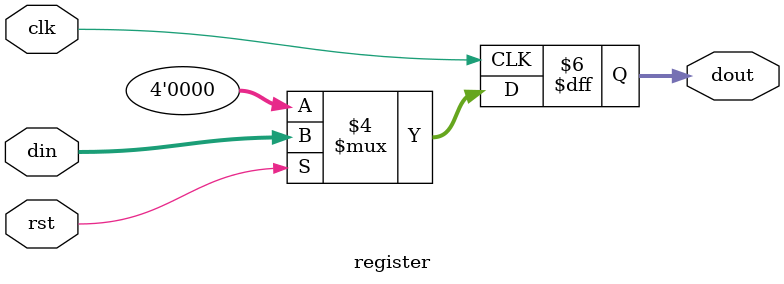
<source format=v>
module register(rst,clk,din,dout);
input wire rst;
input wire clk;
input wire [cant_bit - 1 : 0] din;
output reg [cant_bit - 1 : 0] dout;

parameter cant_bit = 4;
parameter INI = 0;

always @ (posedge clk)
  if (rst == 0)
    dout <= INI;
  else
    dout <= din;

endmodule

</source>
